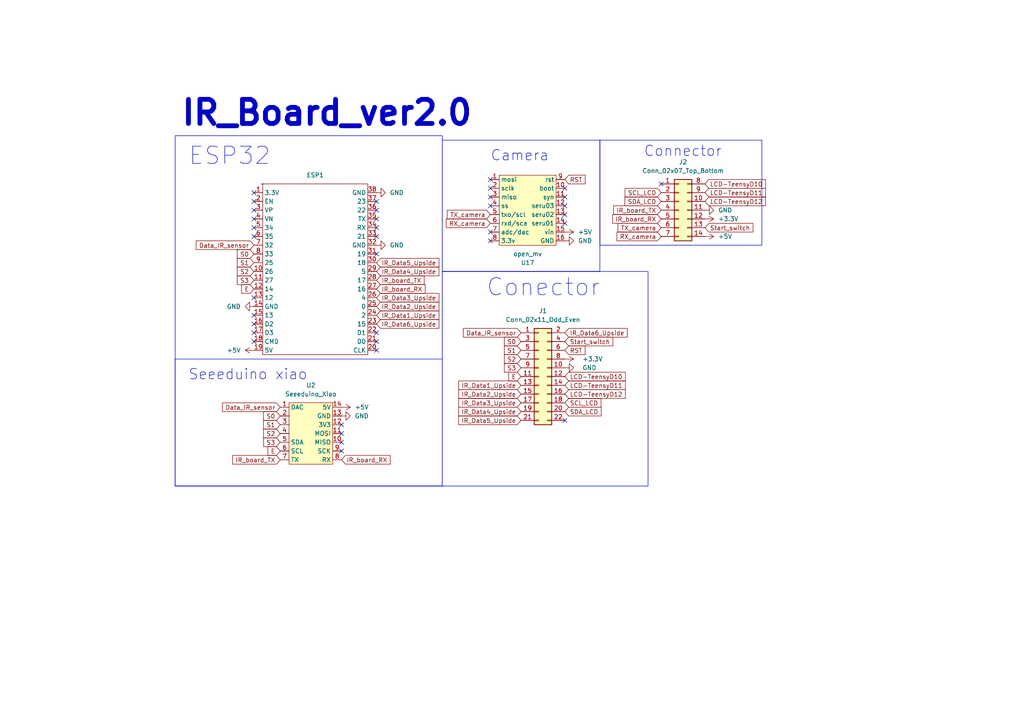
<source format=kicad_sch>
(kicad_sch (version 20230121) (generator eeschema)
  (paper "A4")
  (lib_symbols
    (symbol "Connector_Generic:Conn_02x07_Top_Bottom" (pin_names (offset 1.016) hide)
      (property "Reference" "J" (at 1.27 10.16 0))
      (property "Value" "Conn_02x07_Top_Bottom" (at 1.27 -10.16 0))
      (symbol "Conn_02x07_Top_Bottom_1_1"
        (rectangle (start -1.27 -7.493) (end 0 -7.747) (stroke (width 0.1524)))
        (rectangle (start -1.27 -4.953) (end 0 -5.207) (stroke (width 0.1524)))
        (rectangle (start -1.27 -2.413) (end 0 -2.667) (stroke (width 0.1524)))
        (rectangle (start -1.27 0.127) (end 0 -0.127) (stroke (width 0.1524)))
        (rectangle (start -1.27 2.667) (end 0 2.413) (stroke (width 0.1524)))
        (rectangle (start -1.27 5.207) (end 0 4.953) (stroke (width 0.1524)))
        (rectangle (start -1.27 7.747) (end 0 7.493) (stroke (width 0.1524)))
        (rectangle (start -1.27 8.89) (end 3.81 -8.89) (stroke (width 0.254)) (fill (type background)))
        (rectangle (start 3.81 -7.493) (end 2.54 -7.747) (stroke (width 0.1524)))
        (rectangle (start 3.81 -4.953) (end 2.54 -5.207) (stroke (width 0.1524)))
        (rectangle (start 3.81 -2.413) (end 2.54 -2.667) (stroke (width 0.1524)))
        (rectangle (start 3.81 0.127) (end 2.54 -0.127) (stroke (width 0.1524)))
        (rectangle (start 3.81 2.667) (end 2.54 2.413) (stroke (width 0.1524)))
        (rectangle (start 3.81 5.207) (end 2.54 4.953) (stroke (width 0.1524)))
        (rectangle (start 3.81 7.747) (end 2.54 7.493) (stroke (width 0.1524)))
        (pin passive line (at -5.08 7.62 0) (length 3.81) (name "Pin_1") (number "1"))
        (pin passive line (at 7.62 2.54 180) (length 3.81) (name "Pin_10") (number "10"))
        (pin passive line (at 7.62 0 180) (length 3.81) (name "Pin_11") (number "11"))
        (pin passive line (at 7.62 -2.54 180) (length 3.81) (name "Pin_12") (number "12"))
        (pin passive line (at 7.62 -5.08 180) (length 3.81) (name "Pin_13") (number "13"))
        (pin passive line (at 7.62 -7.62 180) (length 3.81) (name "Pin_14") (number "14"))
        (pin passive line (at -5.08 5.08 0) (length 3.81) (name "Pin_2") (number "2"))
        (pin passive line (at -5.08 2.54 0) (length 3.81) (name "Pin_3") (number "3"))
        (pin passive line (at -5.08 0 0) (length 3.81) (name "Pin_4") (number "4"))
        (pin passive line (at -5.08 -2.54 0) (length 3.81) (name "Pin_5") (number "5"))
        (pin passive line (at -5.08 -5.08 0) (length 3.81) (name "Pin_6") (number "6"))
        (pin passive line (at -5.08 -7.62 0) (length 3.81) (name "Pin_7") (number "7"))
        (pin passive line (at 7.62 7.62 180) (length 3.81) (name "Pin_8") (number "8"))
        (pin passive line (at 7.62 5.08 180) (length 3.81) (name "Pin_9") (number "9"))
      )
    )
    (symbol "Connector_Generic:Conn_02x11_Odd_Even" (pin_names (offset 1.016) hide)
      (property "Reference" "J" (at 1.27 15.24 0))
      (property "Value" "Conn_02x11_Odd_Even" (at 1.27 -15.24 0))
      (symbol "Conn_02x11_Odd_Even_1_1"
        (rectangle (start -1.27 -12.573) (end 0 -12.827) (stroke (width 0.1524)))
        (rectangle (start -1.27 -10.033) (end 0 -10.287) (stroke (width 0.1524)))
        (rectangle (start -1.27 -7.493) (end 0 -7.747) (stroke (width 0.1524)))
        (rectangle (start -1.27 -4.953) (end 0 -5.207) (stroke (width 0.1524)))
        (rectangle (start -1.27 -2.413) (end 0 -2.667) (stroke (width 0.1524)))
        (rectangle (start -1.27 0.127) (end 0 -0.127) (stroke (width 0.1524)))
        (rectangle (start -1.27 2.667) (end 0 2.413) (stroke (width 0.1524)))
        (rectangle (start -1.27 5.207) (end 0 4.953) (stroke (width 0.1524)))
        (rectangle (start -1.27 7.747) (end 0 7.493) (stroke (width 0.1524)))
        (rectangle (start -1.27 10.287) (end 0 10.033) (stroke (width 0.1524)))
        (rectangle (start -1.27 12.827) (end 0 12.573) (stroke (width 0.1524)))
        (rectangle (start -1.27 13.97) (end 3.81 -13.97) (stroke (width 0.254)) (fill (type background)))
        (rectangle (start 3.81 -12.573) (end 2.54 -12.827) (stroke (width 0.1524)))
        (rectangle (start 3.81 -10.033) (end 2.54 -10.287) (stroke (width 0.1524)))
        (rectangle (start 3.81 -7.493) (end 2.54 -7.747) (stroke (width 0.1524)))
        (rectangle (start 3.81 -4.953) (end 2.54 -5.207) (stroke (width 0.1524)))
        (rectangle (start 3.81 -2.413) (end 2.54 -2.667) (stroke (width 0.1524)))
        (rectangle (start 3.81 0.127) (end 2.54 -0.127) (stroke (width 0.1524)))
        (rectangle (start 3.81 2.667) (end 2.54 2.413) (stroke (width 0.1524)))
        (rectangle (start 3.81 5.207) (end 2.54 4.953) (stroke (width 0.1524)))
        (rectangle (start 3.81 7.747) (end 2.54 7.493) (stroke (width 0.1524)))
        (rectangle (start 3.81 10.287) (end 2.54 10.033) (stroke (width 0.1524)))
        (rectangle (start 3.81 12.827) (end 2.54 12.573) (stroke (width 0.1524)))
        (pin passive line (at -5.08 12.7 0) (length 3.81) (name "Pin_1") (number "1"))
        (pin passive line (at 7.62 2.54 180) (length 3.81) (name "Pin_10") (number "10"))
        (pin passive line (at -5.08 0 0) (length 3.81) (name "Pin_11") (number "11"))
        (pin passive line (at 7.62 0 180) (length 3.81) (name "Pin_12") (number "12"))
        (pin passive line (at -5.08 -2.54 0) (length 3.81) (name "Pin_13") (number "13"))
        (pin passive line (at 7.62 -2.54 180) (length 3.81) (name "Pin_14") (number "14"))
        (pin passive line (at -5.08 -5.08 0) (length 3.81) (name "Pin_15") (number "15"))
        (pin passive line (at 7.62 -5.08 180) (length 3.81) (name "Pin_16") (number "16"))
        (pin passive line (at -5.08 -7.62 0) (length 3.81) (name "Pin_17") (number "17"))
        (pin passive line (at 7.62 -7.62 180) (length 3.81) (name "Pin_18") (number "18"))
        (pin passive line (at -5.08 -10.16 0) (length 3.81) (name "Pin_19") (number "19"))
        (pin passive line (at 7.62 12.7 180) (length 3.81) (name "Pin_2") (number "2"))
        (pin passive line (at 7.62 -10.16 180) (length 3.81) (name "Pin_20") (number "20"))
        (pin passive line (at -5.08 -12.7 0) (length 3.81) (name "Pin_21") (number "21"))
        (pin passive line (at 7.62 -12.7 180) (length 3.81) (name "Pin_22") (number "22"))
        (pin passive line (at -5.08 10.16 0) (length 3.81) (name "Pin_3") (number "3"))
        (pin passive line (at 7.62 10.16 180) (length 3.81) (name "Pin_4") (number "4"))
        (pin passive line (at -5.08 7.62 0) (length 3.81) (name "Pin_5") (number "5"))
        (pin passive line (at 7.62 7.62 180) (length 3.81) (name "Pin_6") (number "6"))
        (pin passive line (at -5.08 5.08 0) (length 3.81) (name "Pin_7") (number "7"))
        (pin passive line (at 7.62 5.08 180) (length 3.81) (name "Pin_8") (number "8"))
        (pin passive line (at -5.08 2.54 0) (length 3.81) (name "Pin_9") (number "9"))
      )
    )
    (symbol "New_Library:ESP32"
      (property "Reference" "ESP1" (at 15.24 2.54 0))
      (property "Value" "~" (at 0 0 0))
      (symbol "ESP32_0_1"
        (rectangle (start 0 0) (end 30.48 -49.53))
      )
      (symbol "ESP32_1_1"
        (pin input line (at -2.54 -2.54 0) (length 2.54) (name "3.3V") (number "1"))
        (pin input line (at -2.54 -25.4 0) (length 2.54) (name "26") (number "10"))
        (pin input line (at -2.54 -27.94 0) (length 2.54) (name "27") (number "11"))
        (pin input line (at -2.54 -30.48 0) (length 2.54) (name "14") (number "12"))
        (pin input line (at -2.54 -33.02 0) (length 2.54) (name "12") (number "13"))
        (pin input line (at -2.54 -35.56 0) (length 2.54) (name "GND") (number "14"))
        (pin input line (at -2.54 -38.1 0) (length 2.54) (name "13") (number "15"))
        (pin input line (at -2.54 -40.64 0) (length 2.54) (name "D2") (number "16"))
        (pin input line (at -2.54 -43.18 0) (length 2.54) (name "D3") (number "17"))
        (pin input line (at -2.54 -45.72 0) (length 2.54) (name "CMD") (number "18"))
        (pin input line (at -2.54 -48.26 0) (length 2.54) (name "5V") (number "19"))
        (pin input line (at -2.54 -5.08 0) (length 2.54) (name "EN") (number "2"))
        (pin input line (at 33.02 -48.26 180) (length 2.54) (name "CLK") (number "20"))
        (pin input line (at 33.02 -45.72 180) (length 2.54) (name "D0") (number "21"))
        (pin input line (at 33.02 -43.18 180) (length 2.54) (name "D1") (number "22"))
        (pin input line (at 33.02 -40.64 180) (length 2.54) (name "15") (number "23"))
        (pin input line (at 33.02 -38.1 180) (length 2.54) (name "2") (number "24"))
        (pin input line (at 33.02 -35.56 180) (length 2.54) (name "0") (number "25"))
        (pin input line (at 33.02 -33.02 180) (length 2.54) (name "4") (number "26"))
        (pin input line (at 33.02 -30.48 180) (length 2.54) (name "16") (number "27"))
        (pin input line (at 33.02 -27.94 180) (length 2.54) (name "17") (number "28"))
        (pin input line (at 33.02 -25.4 180) (length 2.54) (name "5") (number "29"))
        (pin input line (at -2.54 -7.62 0) (length 2.54) (name "VP") (number "3"))
        (pin input line (at 33.02 -22.86 180) (length 2.54) (name "18") (number "30"))
        (pin input line (at 33.02 -20.32 180) (length 2.54) (name "19") (number "31"))
        (pin input line (at 33.02 -17.78 180) (length 2.54) (name "GND") (number "32"))
        (pin input line (at 33.02 -15.24 180) (length 2.54) (name "21") (number "33"))
        (pin input line (at 33.02 -12.7 180) (length 2.54) (name "RX") (number "34"))
        (pin input line (at 33.02 -10.16 180) (length 2.54) (name "TX") (number "35"))
        (pin input line (at 33.02 -7.62 180) (length 2.54) (name "22") (number "36"))
        (pin input line (at 33.02 -5.08 180) (length 2.54) (name "23") (number "37"))
        (pin input line (at 33.02 -2.54 180) (length 2.54) (name "GND") (number "38"))
        (pin input line (at -2.54 -10.16 0) (length 2.54) (name "VN") (number "4"))
        (pin input line (at -2.54 -12.7 0) (length 2.54) (name "34") (number "5"))
        (pin input line (at -2.54 -15.24 0) (length 2.54) (name "35") (number "6"))
        (pin input line (at -2.54 -17.78 0) (length 2.54) (name "32") (number "7"))
        (pin input line (at -2.54 -20.32 0) (length 2.54) (name "33") (number "8"))
        (pin input line (at -2.54 -22.86 0) (length 2.54) (name "25") (number "9"))
      )
    )
    (symbol "open_mv:open_mv"
      (property "Reference" "U19" (at -0.635 -25.4 0))
      (property "Value" "open_mv" (at -0.635 -22.86 0))
      (symbol "open_mv_0_1"
        (rectangle (start -8.89 0) (end 7.62 -20.32) (fill (type background)))
      )
      (symbol "open_mv_1_0"
        (pin bidirectional line (at 10.16 -8.89 180) (length 2.54) (name "seru03") (number "12"))
      )
      (symbol "open_mv_1_1"
        (pin bidirectional line (at -11.43 -1.27 0) (length 2.54) (name "mosi") (number "1"))
        (pin bidirectional line (at 10.16 -3.81 180) (length 2.54) (name "boot") (number "10"))
        (pin bidirectional line (at 10.16 -6.35 180) (length 2.54) (name "syn") (number "11"))
        (pin bidirectional line (at 10.16 -11.43 180) (length 2.54) (name "seru02") (number "13"))
        (pin bidirectional line (at 10.16 -13.97 180) (length 2.54) (name "seru01") (number "14"))
        (pin power_out line (at 10.16 -16.51 180) (length 2.54) (name "vin") (number "15"))
        (pin bidirectional line (at 10.16 -19.05 180) (length 2.54) (name "GND") (number "16"))
        (pin bidirectional line (at -11.43 -3.81 0) (length 2.54) (name "sclk") (number "2"))
        (pin bidirectional line (at -11.43 -6.35 0) (length 2.54) (name "miso") (number "3"))
        (pin bidirectional line (at -11.43 -8.89 0) (length 2.54) (name "ss") (number "4"))
        (pin bidirectional line (at -11.43 -11.43 0) (length 2.54) (name "txo/scl") (number "5"))
        (pin bidirectional line (at -11.43 -13.97 0) (length 2.54) (name "rxd/sca") (number "6"))
        (pin bidirectional line (at -11.43 -16.51 0) (length 2.54) (name "adc/dac") (number "7"))
        (pin power_out line (at -11.43 -19.05 0) (length 2.54) (name "3.3v") (number "8"))
        (pin bidirectional line (at 10.16 -1.27 180) (length 2.54) (name "rst") (number "9"))
      )
    )
    (symbol "power:+3.3V" (power) (pin_names (offset 0))
      (property "Value" "+3.3V" (at 0 3.556 0))
      (symbol "+3.3V_0_1"
        (polyline (pts (xy -0.762 1.27) (xy 0 2.54)))
        (polyline (pts (xy 0 0) (xy 0 2.54)))
        (polyline (pts (xy 0 2.54) (xy 0.762 1.27)))
      )
      (symbol "+3.3V_1_1"
        (pin power_in line (at 0 0 90) (length 0) hide (name "+3.3V") (number "1"))
      )
    )
    (symbol "power:+5V" (power) (pin_names (offset 0))
      (property "Value" "+5V" (at 0 3.556 0))
      (symbol "+5V_0_1"
        (polyline (pts (xy -0.762 1.27) (xy 0 2.54)))
        (polyline (pts (xy 0 0) (xy 0 2.54)))
        (polyline (pts (xy 0 2.54) (xy 0.762 1.27)))
      )
      (symbol "+5V_1_1"
        (pin power_in line (at 0 0 90) (length 0) hide (name "+5V") (number "1"))
      )
    )
    (symbol "power:GND" (power) (pin_names (offset 0))
      (property "Value" "GND" (at 0 -3.81 0))
      (symbol "GND_0_1"
        (polyline (pts (xy 0 0) (xy 0 -1.27) (xy 1.27 -1.27) (xy 0 -2.54) (xy -1.27 -1.27) (xy 0 -1.27)))
      )
      (symbol "GND_1_1"
        (pin power_in line (at 0 0 270) (length 0) hide (name "GND") (number "1"))
      )
    )
    (symbol "seeeduino_xiao:Seeeduino_Xiao"
      (property "Reference" "U" (at 0 12.7 0))
      (property "Value" "Seeeduino_Xiao" (at 0 10.16 0))
      (symbol "Seeeduino_Xiao_0_1"
        (rectangle (start -6.35 7.62) (end 6.35 -10.16) (fill (type background)))
      )
      (symbol "Seeeduino_Xiao_1_1"
        (pin bidirectional line (at -8.89 6.35 0) (length 2.54) (name "DAC") (number "1"))
        (pin bidirectional line (at 8.89 -3.81 180) (length 2.54) (name "MISO") (number "10"))
        (pin bidirectional line (at 8.89 -1.27 180) (length 2.54) (name "MOSI") (number "11"))
        (pin power_out line (at 8.89 1.27 180) (length 2.54) (name "3V3") (number "12"))
        (pin bidirectional line (at 8.89 3.81 180) (length 2.54) (name "GND") (number "13"))
        (pin power_in line (at 8.89 6.35 180) (length 2.54) (name "5V") (number "14"))
        (pin bidirectional line (at -8.89 3.81 0) (length 2.54) (name "") (number "2"))
        (pin bidirectional line (at -8.89 1.27 0) (length 2.54) (name "") (number "3"))
        (pin bidirectional line (at -8.89 -1.27 0) (length 2.54) (name "") (number "4"))
        (pin bidirectional line (at -8.89 -3.81 0) (length 2.54) (name "SDA") (number "5"))
        (pin bidirectional line (at -8.89 -6.35 0) (length 2.54) (name "SCL") (number "6"))
        (pin bidirectional line (at -8.89 -8.89 0) (length 2.54) (name "TX") (number "7"))
        (pin bidirectional line (at 8.89 -8.89 180) (length 2.54) (name "RX") (number "8"))
        (pin bidirectional line (at 8.89 -6.35 180) (length 2.54) (name "SCK") (number "9"))
      )
    )
  )
  (no_connect (at 73.66 86.36))
  (no_connect (at 73.66 66.04))
  (no_connect (at 142.24 54.61))
  (no_connect (at 73.66 63.5))
  (no_connect (at 99.06 123.19))
  (no_connect (at 73.66 55.88))
  (no_connect (at 109.22 73.66))
  (no_connect (at 109.22 63.5))
  (no_connect (at 109.22 99.06))
  (no_connect (at 73.66 91.44))
  (no_connect (at 142.24 69.85))
  (no_connect (at 109.22 58.42))
  (no_connect (at 142.24 59.69))
  (no_connect (at 163.83 54.61))
  (no_connect (at 163.83 62.23))
  (no_connect (at 109.22 101.6))
  (no_connect (at 73.66 96.52))
  (no_connect (at 73.66 60.96))
  (no_connect (at 163.83 57.15))
  (no_connect (at 142.24 57.15))
  (no_connect (at 109.22 60.96))
  (no_connect (at 73.66 99.06))
  (no_connect (at 109.22 96.52))
  (no_connect (at 73.66 68.58))
  (no_connect (at 73.66 93.98))
  (no_connect (at 99.06 130.81))
  (no_connect (at 109.22 66.04))
  (no_connect (at 99.06 125.73))
  (no_connect (at 99.06 128.27))
  (no_connect (at 163.83 59.69))
  (no_connect (at 163.83 121.92))
  (no_connect (at 109.22 68.58))
  (no_connect (at 73.66 58.42))
  (no_connect (at 142.24 67.31))
  (no_connect (at 142.24 52.07))
  (no_connect (at 163.83 64.77))
  (no_connect (at 191.77 53.34))
  (rectangle (start 50.8 39.37) (end 128.27 140.97))
  (rectangle (start 173.99 40.64) (end 220.98 71.12))
  (rectangle (start 128.27 78.74) (end 187.96 140.97))
  (rectangle (start 50.8 104.14) (end 128.27 140.97))
  (rectangle (start 128.27 40.64) (end 173.99 78.74))
  (text "Connector\n" (at 186.69 45.72 0) (effects (font (size 3 3)) (justify left bottom)))
  (text "Conector\n" (at 140.97 86.36 0) (effects (font (size 5 5)) (justify left bottom)))
  (text "Seeeduino xiao\n" (at 54.61 110.49 0) (effects (font (size 3 3)) (justify left bottom)))
  (text "IR_Board_ver2.0\n\n" (at 52.07 48.26 0) (effects (font (size 7 7) (thickness 1.4) bold) (justify left bottom)))
  (text "Camera" (at 142.24 46.99 0) (effects (font (size 3 3)) (justify left bottom)))
  (text "ESP32" (at 54.61 48.26 0) (effects (font (size 5 5)) (justify left bottom)))
  (global_label "Data_IR_sensor" (shape input) (at 81.28 118.11 180) (property "Intersheetrefs" "${INTERSHEET_REFS}" (effects hide)))
  (global_label "IR_Data5_Upside" (shape input) (at 109.22 76.2 0) (property "Intersheetrefs" "${INTERSHEET_REFS}" (effects hide)))
  (global_label "IR_board_RX" (shape input) (at 99.06 133.35 0) (property "Intersheetrefs" "${INTERSHEET_REFS}" (effects hide)))
  (global_label "S2" (shape input) (at 151.13 104.14 180) (property "Intersheetrefs" "${INTERSHEET_REFS}" (effects hide)))
  (global_label "SDA_LCD" (shape input) (at 191.77 58.42 180) (property "Intersheetrefs" "${INTERSHEET_REFS}" (effects hide)))
  (global_label "S0" (shape input) (at 81.28 120.65 180) (property "Intersheetrefs" "${INTERSHEET_REFS}" (effects hide)))
  (global_label "S3" (shape input) (at 81.28 128.27 180) (property "Intersheetrefs" "${INTERSHEET_REFS}" (effects hide)))
  (global_label "IR_Data1_Upside" (shape input) (at 151.13 111.76 180) (property "Intersheetrefs" "${INTERSHEET_REFS}" (effects hide)))
  (global_label "LCD-TeensyD11" (shape input) (at 204.47 55.88 0) (property "Intersheetrefs" "${INTERSHEET_REFS}" (effects hide)))
  (global_label "IR_board_TX" (shape input) (at 81.28 133.35 180) (property "Intersheetrefs" "${INTERSHEET_REFS}" (effects hide)))
  (global_label "IR_board_TX" (shape input) (at 191.77 60.96 180) (property "Intersheetrefs" "${INTERSHEET_REFS}" (effects hide)))
  (global_label "IR_Data4_Upside" (shape input) (at 151.13 119.38 180) (property "Intersheetrefs" "${INTERSHEET_REFS}" (effects hide)))
  (global_label "Start_switch" (shape input) (at 163.83 99.06 0) (property "Intersheetrefs" "${INTERSHEET_REFS}" (effects hide)))
  (global_label "LCD-TeensyD11" (shape input) (at 163.83 111.76 0) (property "Intersheetrefs" "${INTERSHEET_REFS}" (effects hide)))
  (global_label "S2" (shape input) (at 81.28 125.73 180) (property "Intersheetrefs" "${INTERSHEET_REFS}" (effects hide)))
  (global_label "S0" (shape input) (at 73.66 73.66 180) (property "Intersheetrefs" "${INTERSHEET_REFS}" (effects hide)))
  (global_label "E" (shape input) (at 81.28 130.81 180) (property "Intersheetrefs" "${INTERSHEET_REFS}" (effects hide)))
  (global_label "S0" (shape input) (at 151.13 99.06 180) (property "Intersheetrefs" "${INTERSHEET_REFS}" (effects hide)))
  (global_label "TX_camera" (shape input) (at 191.77 66.04 180) (property "Intersheetrefs" "${INTERSHEET_REFS}" (effects hide)))
  (global_label "IR_Data6_Upside" (shape input) (at 109.22 93.98 0) (property "Intersheetrefs" "${INTERSHEET_REFS}" (effects hide)))
  (global_label "S3" (shape input) (at 151.13 106.68 180) (property "Intersheetrefs" "${INTERSHEET_REFS}" (effects hide)))
  (global_label "IR_Data6_Upside" (shape input) (at 163.83 96.52 0) (property "Intersheetrefs" "${INTERSHEET_REFS}" (effects hide)))
  (global_label "IR_Data1_Upside" (shape input) (at 109.22 91.44 0) (property "Intersheetrefs" "${INTERSHEET_REFS}" (effects hide)))
  (global_label "LCD-TeensyD12" (shape input) (at 163.83 114.3 0) (property "Intersheetrefs" "${INTERSHEET_REFS}" (effects hide)))
  (global_label "E" (shape input) (at 73.66 83.82 180) (property "Intersheetrefs" "${INTERSHEET_REFS}" (effects hide)))
  (global_label "IR_board_TX" (shape input) (at 109.22 81.28 0) (property "Intersheetrefs" "${INTERSHEET_REFS}" (effects hide)))
  (global_label "IR_Data5_Upside" (shape input) (at 151.13 121.92 180) (property "Intersheetrefs" "${INTERSHEET_REFS}" (effects hide)))
  (global_label "IR_Data2_Upside" (shape input) (at 109.22 88.9 0) (property "Intersheetrefs" "${INTERSHEET_REFS}" (effects hide)))
  (global_label "TX_camera" (shape input) (at 142.24 62.23 180) (property "Intersheetrefs" "${INTERSHEET_REFS}" (effects hide)))
  (global_label "LCD-TeensyD10" (shape input) (at 204.47 53.34 0) (property "Intersheetrefs" "${INTERSHEET_REFS}" (effects hide)))
  (global_label "RX_camera" (shape input) (at 142.24 64.77 180) (property "Intersheetrefs" "${INTERSHEET_REFS}" (effects hide)))
  (global_label "S1" (shape input) (at 151.13 101.6 180) (property "Intersheetrefs" "${INTERSHEET_REFS}" (effects hide)))
  (global_label "Start_switch" (shape input) (at 204.47 66.04 0) (property "Intersheetrefs" "${INTERSHEET_REFS}" (effects hide)))
  (global_label "Data_IR_sensor" (shape input) (at 151.13 96.52 180) (property "Intersheetrefs" "${INTERSHEET_REFS}" (effects hide)))
  (global_label "S2" (shape input) (at 73.66 78.74 180) (property "Intersheetrefs" "${INTERSHEET_REFS}" (effects hide)))
  (global_label "IR_board_RX" (shape input) (at 191.77 63.5 180) (property "Intersheetrefs" "${INTERSHEET_REFS}" (effects hide)))
  (global_label "IR_board_RX" (shape input) (at 109.22 83.82 0) (property "Intersheetrefs" "${INTERSHEET_REFS}" (effects hide)))
  (global_label "E" (shape input) (at 151.13 109.22 180) (property "Intersheetrefs" "${INTERSHEET_REFS}" (effects hide)))
  (global_label "RST" (shape input) (at 163.83 52.07 0) (property "Intersheetrefs" "${INTERSHEET_REFS}" (effects hide)))
  (global_label "SDA_LCD" (shape input) (at 163.83 119.38 0) (property "Intersheetrefs" "${INTERSHEET_REFS}" (effects hide)))
  (global_label "RST" (shape input) (at 163.83 101.6 0) (property "Intersheetrefs" "${INTERSHEET_REFS}" (effects hide)))
  (global_label "Data_IR_sensor" (shape input) (at 73.66 71.12 180) (property "Intersheetrefs" "${INTERSHEET_REFS}" (effects hide)))
  (global_label "S3" (shape input) (at 73.66 81.28 180) (property "Intersheetrefs" "${INTERSHEET_REFS}" (effects hide)))
  (global_label "IR_Data4_Upside" (shape input) (at 109.22 78.74 0) (property "Intersheetrefs" "${INTERSHEET_REFS}" (effects hide)))
  (global_label "LCD-TeensyD12" (shape input) (at 204.47 58.42 0) (property "Intersheetrefs" "${INTERSHEET_REFS}" (effects hide)))
  (global_label "SCL_LCD" (shape input) (at 163.83 116.84 0) (property "Intersheetrefs" "${INTERSHEET_REFS}" (effects hide)))
  (global_label "LCD-TeensyD10" (shape input) (at 163.83 109.22 0) (property "Intersheetrefs" "${INTERSHEET_REFS}" (effects hide)))
  (global_label "SCL_LCD" (shape input) (at 191.77 55.88 180) (property "Intersheetrefs" "${INTERSHEET_REFS}" (effects hide)))
  (global_label "IR_Data3_Upside" (shape input) (at 151.13 116.84 180) (property "Intersheetrefs" "${INTERSHEET_REFS}" (effects hide)))
  (global_label "S1" (shape input) (at 81.28 123.19 180) (property "Intersheetrefs" "${INTERSHEET_REFS}" (effects hide)))
  (global_label "IR_Data3_Upside" (shape input) (at 109.22 86.36 0) (property "Intersheetrefs" "${INTERSHEET_REFS}" (effects hide)))
  (global_label "RX_camera" (shape input) (at 191.77 68.58 180) (property "Intersheetrefs" "${INTERSHEET_REFS}" (effects hide)))
  (global_label "IR_Data2_Upside" (shape input) (at 151.13 114.3 180) (property "Intersheetrefs" "${INTERSHEET_REFS}" (effects hide)))
  (global_label "S1" (shape input) (at 73.66 76.2 180) (property "Intersheetrefs" "${INTERSHEET_REFS}" (effects hide)))
  (symbol (lib_id "open_mv:open_mv") (at 153.67 50.8 0) (unit 1)
    (property "Reference" "U17" (at 153.035 76.2 0))
    (property "Value" "open_mv" (at 153.035 73.66 0))
    (property "Footprint" "Open_MV:OpenMV" (effects hide))
  )
  (symbol (lib_id "power:GND") (at 163.83 69.85 90) (unit 1)
    (property "Reference" "#PWR063" (effects hide))
    (property "Value" "GND" (at 167.64 69.85 90) (effects (justify right)))
  )
  (symbol (lib_id "power:GND") (at 204.47 60.96 90) (unit 1)
    (property "Reference" "#PWR01" (effects hide))
    (property "Value" "GND" (at 208.28 60.96 90) (effects (justify right)))
  )
  (symbol (lib_id "power:+5V") (at 99.06 118.11 270) (unit 1)
    (property "Reference" "#PWR06" (effects hide))
    (property "Value" "+5V" (at 102.87 118.11 90) (effects (justify left)))
  )
  (symbol (lib_id "power:GND") (at 73.66 88.9 270) (unit 1)
    (property "Reference" "#PWR051" (effects hide))
    (property "Value" "GND" (at 69.85 88.9 90) (effects (justify right)))
  )
  (symbol (lib_id "power:+3.3V") (at 204.47 63.5 270) (unit 1)
    (property "Reference" "#PWR02" (effects hide))
    (property "Value" "+3.3V" (at 208.28 63.5 90) (effects (justify left)))
  )
  (symbol (lib_id "power:GND") (at 99.06 120.65 90) (unit 1)
    (property "Reference" "#PWR07" (effects hide))
    (property "Value" "GND" (at 102.87 120.65 90) (effects (justify right)))
  )
  (symbol (lib_id "power:+5V") (at 163.83 67.31 270) (unit 1)
    (property "Reference" "#PWR062" (effects hide))
    (property "Value" "+5V" (at 167.64 67.31 90) (effects (justify left)))
  )
  (symbol (lib_id "seeeduino_xiao:Seeeduino_Xiao") (at 90.17 124.46 0) (unit 1)
    (property "Reference" "U2" (at 90.17 111.76 0))
    (property "Value" "Seeeduino_Xiao" (at 90.17 114.3 0))
    (property "Footprint" "Seeeduino_Xiao:seeeduinoXIAO" (effects hide))
  )
  (symbol (lib_id "power:GND") (at 163.83 106.68 90) (unit 1)
    (property "Reference" "#PWR04" (effects hide))
    (property "Value" "GND" (at 168.91 106.68 90) (effects (justify right)))
  )
  (symbol (lib_id "Connector_Generic:Conn_02x11_Odd_Even") (at 156.21 109.22 0) (unit 1)
    (property "Reference" "J1" (at 157.48 90.17 0))
    (property "Value" "Conn_02x11_Odd_Even" (at 157.48 92.71 0))
    (property "Footprint" "Connector_PinHeader_2.54mm:PinHeader_2x11_P2.54mm_Vertical" (effects hide))
  )
  (symbol (lib_id "power:+3.3V") (at 163.83 104.14 270) (unit 1)
    (property "Reference" "#PWR03" (effects hide))
    (property "Value" "+3.3V" (at 168.91 104.14 90) (effects (justify left)))
  )
  (symbol (lib_id "power:GND") (at 109.22 71.12 90) (unit 1)
    (property "Reference" "#PWR054" (effects hide))
    (property "Value" "GND" (at 113.03 71.12 90) (effects (justify right)))
  )
  (symbol (lib_id "Connector_Generic:Conn_02x07_Top_Bottom") (at 196.85 60.96 0) (unit 1)
    (property "Reference" "J2" (at 198.12 46.99 0))
    (property "Value" "Conn_02x07_Top_Bottom" (at 198.12 49.53 0))
    (property "Footprint" "Connector_IDC:IDC-Header_2x07_P2.54mm_Vertical" (effects hide))
  )
  (symbol (lib_id "power:+5V") (at 204.47 68.58 270) (unit 1)
    (property "Reference" "#PWR05" (effects hide))
    (property "Value" "+5V" (at 208.28 68.58 90) (effects (justify left)))
  )
  (symbol (lib_id "power:GND") (at 109.22 55.88 90) (unit 1)
    (property "Reference" "#PWR050" (effects hide))
    (property "Value" "GND" (at 113.03 55.88 90) (effects (justify right)))
  )
  (symbol (lib_id "power:+5V") (at 73.66 101.6 90) (unit 1)
    (property "Reference" "#PWR052" (effects hide))
    (property "Value" "+5V" (at 69.85 101.6 90) (effects (justify left)))
  )
  (symbol (lib_id "New_Library:ESP32") (at 76.2 53.34 0) (unit 1)
    (property "Reference" "ESP1" (at 91.44 50.8 0))
    (property "Value" "~" (at 76.2 53.34 0))
    (property "Footprint" "ESP32mod:ESP32-DevKitC" (effects hide))
  )
)
</source>
